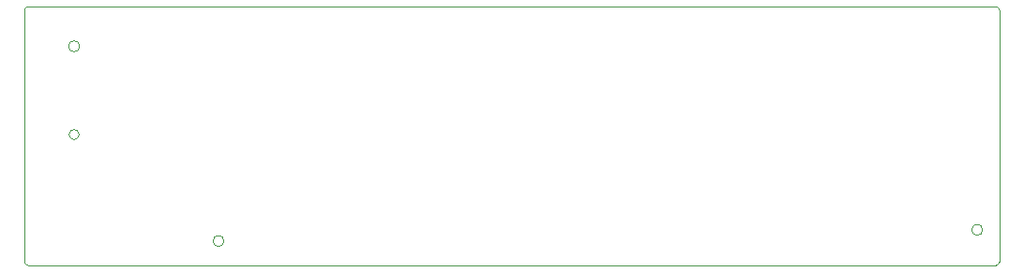
<source format=gbr>
%TF.GenerationSoftware,KiCad,Pcbnew,(6.0.2)*%
%TF.CreationDate,2022-03-22T23:14:37+08:00*%
%TF.ProjectId,som,736f6d2e-6b69-4636-9164-5f7063625858,V0R1*%
%TF.SameCoordinates,Original*%
%TF.FileFunction,Profile,NP*%
%FSLAX46Y46*%
G04 Gerber Fmt 4.6, Leading zero omitted, Abs format (unit mm)*
G04 Created by KiCad (PCBNEW (6.0.2)) date 2022-03-22 23:14:37*
%MOMM*%
%LPD*%
G01*
G04 APERTURE LIST*
%TA.AperFunction,Profile*%
%ADD10C,0.050000*%
%TD*%
G04 APERTURE END LIST*
D10*
X87700000Y-23200000D02*
X300000Y-23200000D01*
X0Y-100000D02*
X0Y-22900000D01*
X88000000Y-100000D02*
X88000000Y-22900000D01*
X0Y-22900000D02*
G75*
G03*
X300000Y-23200000I300000J0D01*
G01*
X87700000Y-23200000D02*
G75*
G03*
X88000000Y-22900000I0J300000D01*
G01*
X88000000Y-100000D02*
G75*
G03*
X87700000Y200000I-300000J0D01*
G01*
X86500000Y-20000000D02*
G75*
G03*
X86500000Y-20000000I-500000J0D01*
G01*
X4910000Y-11360000D02*
G75*
G03*
X4910000Y-11360000I-450000J0D01*
G01*
X300000Y200000D02*
G75*
G03*
X0Y-100000I0J-300000D01*
G01*
X4960000Y-3360000D02*
G75*
G03*
X4960000Y-3360000I-500000J0D01*
G01*
X300000Y200000D02*
X87700000Y200000D01*
X18000000Y-21000000D02*
G75*
G03*
X18000000Y-21000000I-500000J0D01*
G01*
M02*

</source>
